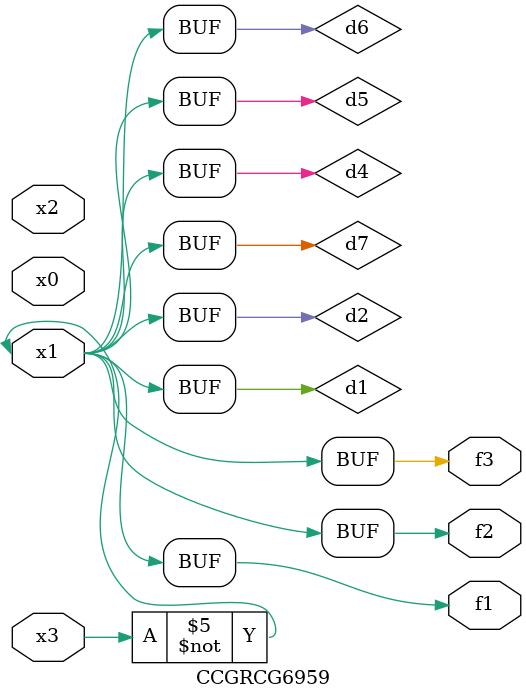
<source format=v>
module CCGRCG6959(
	input x0, x1, x2, x3,
	output f1, f2, f3
);

	wire d1, d2, d3, d4, d5, d6, d7;

	not (d1, x3);
	buf (d2, x1);
	xnor (d3, d1, d2);
	nor (d4, d1);
	buf (d5, d1, d2);
	buf (d6, d4, d5);
	nand (d7, d4);
	assign f1 = d6;
	assign f2 = d7;
	assign f3 = d6;
endmodule

</source>
